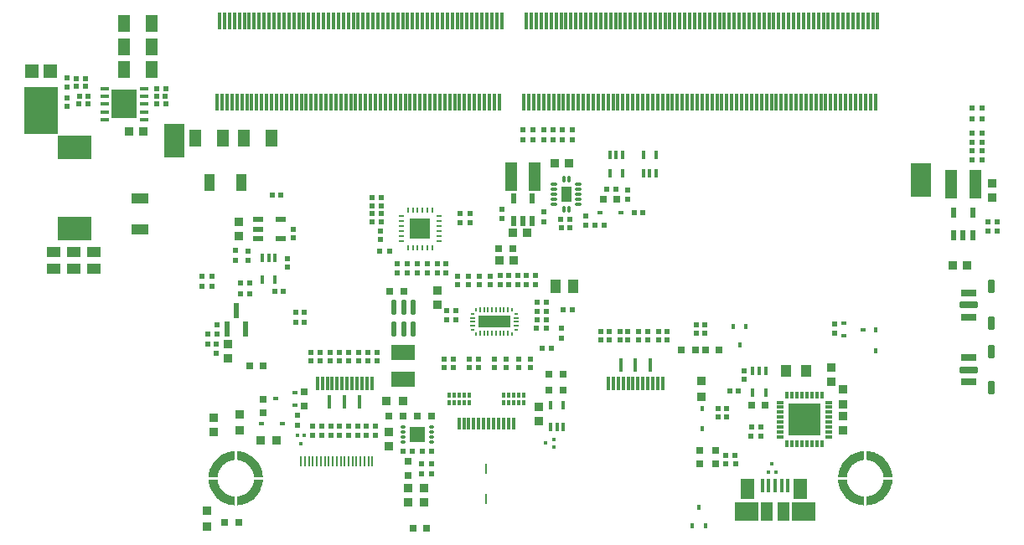
<source format=gtp>
%FSLAX44Y44*%
%MOMM*%
G71*
G01*
G75*
G04 Layer_Color=8421504*
%ADD10C,0.2500*%
%ADD11R,0.3000X0.3000*%
%ADD12R,0.4500X1.3800*%
%ADD13R,0.7620X0.7620*%
%ADD14R,0.6000X0.5500*%
%ADD15R,0.7620X0.7620*%
%ADD16R,0.6200X0.5700*%
%ADD17R,0.9500X0.9500*%
%ADD18R,0.9600X0.9700*%
%ADD19R,0.5500X1.5000*%
%ADD20R,0.9500X0.9500*%
%ADD21R,1.0000X0.6000*%
%ADD22R,0.5500X0.6000*%
%ADD23R,1.2000X3.0000*%
%ADD24R,0.6000X1.0000*%
%ADD25R,1.5500X1.5500*%
%ADD26O,0.6000X0.3000*%
%ADD27R,0.5000X0.4000*%
%ADD28R,0.5700X0.6200*%
%ADD29R,2.4000X1.5000*%
%ADD30R,0.5900X0.4500*%
%ADD31R,0.3500X0.8500*%
%ADD32R,0.2000X1.0000*%
%ADD33R,0.3000X1.2000*%
%ADD34R,3.2000X1.2000*%
%ADD35R,0.4500X0.2000*%
%ADD36R,0.5000X0.2000*%
%ADD37R,0.2000X0.4500*%
%ADD38R,0.2000X0.5000*%
%ADD39R,0.4500X0.5900*%
%ADD40R,0.3000X1.4500*%
%ADD41R,1.1000X1.4000*%
%ADD42R,0.2300X1.0000*%
%ADD43R,0.4000X0.5500*%
%ADD44R,0.3000X0.5500*%
%ADD45R,1.2500X1.7500*%
%ADD46R,0.9700X0.9600*%
%ADD47R,2.1000X2.1000*%
%ADD48R,0.2500X0.6000*%
%ADD49R,0.6000X0.2500*%
%ADD50O,0.5000X1.6000*%
%ADD51R,0.3000X0.3000*%
%ADD52R,1.0160X1.7000*%
%ADD53R,1.0160X1.7000*%
%ADD54R,1.0000X1.5000*%
%ADD55O,0.3000X0.8000*%
%ADD56O,0.8000X0.3000*%
G04:AMPARAMS|DCode=57|XSize=0.75mm|YSize=1.6mm|CornerRadius=0.075mm|HoleSize=0mm|Usage=FLASHONLY|Rotation=270.000|XOffset=0mm|YOffset=0mm|HoleType=Round|Shape=RoundedRectangle|*
%AMROUNDEDRECTD57*
21,1,0.7500,1.4500,0,0,270.0*
21,1,0.6000,1.6000,0,0,270.0*
1,1,0.1500,-0.7250,-0.3000*
1,1,0.1500,-0.7250,0.3000*
1,1,0.1500,0.7250,0.3000*
1,1,0.1500,0.7250,-0.3000*
%
%ADD57ROUNDEDRECTD57*%
G04:AMPARAMS|DCode=58|XSize=0.6mm|YSize=1.8mm|CornerRadius=0.06mm|HoleSize=0mm|Usage=FLASHONLY|Rotation=270.000|XOffset=0mm|YOffset=0mm|HoleType=Round|Shape=RoundedRectangle|*
%AMROUNDEDRECTD58*
21,1,0.6000,1.6800,0,0,270.0*
21,1,0.4800,1.8000,0,0,270.0*
1,1,0.1200,-0.8400,-0.2400*
1,1,0.1200,-0.8400,0.2400*
1,1,0.1200,0.8400,0.2400*
1,1,0.1200,0.8400,-0.2400*
%
%ADD58ROUNDEDRECTD58*%
G04:AMPARAMS|DCode=59|XSize=1.3mm|YSize=0.7mm|CornerRadius=0.07mm|HoleSize=0mm|Usage=FLASHONLY|Rotation=270.000|XOffset=0mm|YOffset=0mm|HoleType=Round|Shape=RoundedRectangle|*
%AMROUNDEDRECTD59*
21,1,1.3000,0.5600,0,0,270.0*
21,1,1.1600,0.7000,0,0,270.0*
1,1,0.1400,-0.2800,-0.5800*
1,1,0.1400,-0.2800,0.5800*
1,1,0.1400,0.2800,0.5800*
1,1,0.1400,0.2800,-0.5800*
%
%ADD59ROUNDEDRECTD59*%
%ADD60R,3.2000X3.2000*%
%ADD61R,0.7500X0.3000*%
%ADD62R,0.3000X0.7500*%
%ADD63R,1.0160X1.2700*%
%ADD64R,0.4000X0.9000*%
%ADD65R,0.4000X0.5000*%
%ADD66R,1.3900X1.4000*%
%ADD67R,3.3600X4.8600*%
%ADD68R,1.4000X1.1000*%
%ADD69R,0.8500X0.3560*%
%ADD70R,2.6000X3.0000*%
%ADD71R,0.3000X1.7500*%
%ADD72R,2.0000X3.5000*%
%ADD73R,3.4000X2.4000*%
%ADD74R,1.7000X1.0160*%
%ADD75R,1.7000X1.0160*%
%ADD76R,1.4000X2.1000*%
%ADD77R,2.3700X1.9000*%
%ADD78R,1.1750X1.9000*%
%ADD79C,0.2000*%
%ADD80C,0.3000*%
%ADD81C,0.1500*%
%ADD82C,0.4000*%
%ADD83C,0.1800*%
%ADD84C,0.2200*%
%ADD85C,0.3500*%
%ADD86R,2.1000X10.0000*%
%ADD87R,2.6000X6.8000*%
%ADD88R,4.4000X3.2000*%
%ADD89R,2.2000X13.7000*%
%ADD90O,1.0000X1.6000*%
%ADD91C,0.6500*%
%ADD92C,6.0000*%
%ADD93O,1.2000X1.7000*%
%ADD94O,1.2000X1.9000*%
%ADD95C,0.7500*%
%ADD96O,1.4000X2.8500*%
%ADD97O,1.2000X2.2500*%
%ADD98C,0.5000*%
%ADD99C,1.5000*%
%ADD100R,1.5000X1.5000*%
%ADD101O,4.5000X2.0000*%
%ADD102O,2.0000X4.0000*%
%ADD103O,4.0000X2.0000*%
%ADD104C,1.7000*%
%ADD105C,3.2500*%
%ADD106C,1.6500*%
%ADD107C,2.6000*%
%ADD108C,1.9000*%
%ADD109R,1.7000X1.7000*%
%ADD110C,0.6000*%
%ADD111C,1.0160*%
%ADD112R,3.4000X0.8000*%
%ADD113R,6.2000X1.5000*%
%ADD114O,1.6160X2.2160*%
%ADD115C,1.4160*%
%ADD116C,4.7160*%
%ADD117O,1.6160X2.1160*%
%ADD118O,1.6160X2.3160*%
%ADD119C,1.5660*%
%ADD120C,2.0160*%
%ADD121O,1.9160X3.3660*%
%ADD122O,1.7160X2.7560*%
%ADD123C,1.9160*%
%ADD124C,2.0360*%
%ADD125O,2.0160X4.0160*%
%ADD126O,4.0160X2.0160*%
%ADD127C,1.9060*%
%ADD128C,4.2660*%
%ADD129C,2.0360*%
%ADD130C,2.7160*%
%ADD131C,2.6160*%
%ADD132C,2.1160*%
%ADD133C,1.1660*%
%ADD134C,1.2660*%
%ADD135C,1.2160*%
%ADD136C,0.0000*%
%ADD137C,0.0051*%
%ADD138O,4.5160X2.0160*%
%ADD139R,1.2000X0.3000*%
%ADD140R,2.7000X3.0000*%
%ADD141R,3.0000X2.7000*%
%ADD142C,0.2540*%
%ADD143C,0.1000*%
%ADD144C,0.5500*%
%ADD145C,0.2286*%
%ADD146C,0.1270*%
%ADD147C,0.1778*%
%ADD148C,0.1524*%
%ADD149C,0.1200*%
G36*
X-798725Y58482D02*
X-798530Y56842D01*
X-798252Y55421D01*
X-798160Y55057D01*
X-797747Y53728D01*
X-797429Y52883D01*
X-796973Y51821D01*
X-796653Y51191D01*
X-796315Y50589D01*
X-795942Y49924D01*
X-795467Y49216D01*
X-795197Y48873D01*
X-794789Y48302D01*
X-794294Y47715D01*
X-793738Y47087D01*
X-792807Y46158D01*
X-792548Y45934D01*
X-792290Y45711D01*
X-791768Y45281D01*
X-791542Y45100D01*
X-791089Y44765D01*
X-790681Y44476D01*
X-790252Y44193D01*
X-789784Y43901D01*
X-788911Y43408D01*
X-788462Y43180D01*
X-788010Y42963D01*
X-787553Y42760D01*
X-787080Y42564D01*
X-786776Y42449D01*
X-786613Y42388D01*
X-786451Y42331D01*
X-786132Y42221D01*
X-785809Y42115D01*
X-785528Y42027D01*
X-785241Y41944D01*
X-784954Y41867D01*
X-784807Y41828D01*
X-784524Y41760D01*
X-783984Y41641D01*
X-783450Y41540D01*
X-783182Y41494D01*
X-782913Y41454D01*
X-782360Y41382D01*
X-782154Y41359D01*
X-781941Y41337D01*
X-781517Y41303D01*
X-781528Y32305D01*
X-783407Y32450D01*
X-784979Y32674D01*
X-786914Y33082D01*
X-788700Y33586D01*
X-790561Y34275D01*
X-791650Y34707D01*
X-792615Y35223D01*
X-793081Y35473D01*
X-793551Y35724D01*
X-794789Y36386D01*
X-796574Y37580D01*
X-798150Y38874D01*
X-800078Y40656D01*
X-801840Y42564D01*
X-803758Y45434D01*
X-805242Y48210D01*
X-805804Y49568D01*
X-806127Y50437D01*
X-806435Y51320D01*
X-806753Y52357D01*
X-806996Y53309D01*
X-807147Y54020D01*
X-807315Y54813D01*
X-807479Y55813D01*
X-807630Y57029D01*
X-807729Y58482D01*
X-798725Y58482D01*
D02*
G37*
G36*
X-162709D02*
X-162514Y56842D01*
X-162236Y55421D01*
X-162144Y55057D01*
X-161731Y53728D01*
X-161413Y52883D01*
X-160957Y51821D01*
X-160637Y51191D01*
X-160299Y50589D01*
X-159926Y49924D01*
X-159451Y49216D01*
X-159180Y48873D01*
X-158773Y48302D01*
X-158278Y47715D01*
X-157722Y47087D01*
X-156791Y46158D01*
X-156532Y45934D01*
X-156274Y45711D01*
X-155752Y45281D01*
X-155526Y45100D01*
X-155073Y44765D01*
X-154665Y44476D01*
X-154236Y44193D01*
X-153768Y43901D01*
X-152895Y43408D01*
X-152446Y43180D01*
X-151994Y42963D01*
X-151537Y42760D01*
X-151064Y42564D01*
X-150760Y42449D01*
X-150597Y42388D01*
X-150435Y42331D01*
X-150116Y42221D01*
X-149793Y42115D01*
X-149512Y42027D01*
X-149225Y41944D01*
X-148938Y41867D01*
X-148791Y41828D01*
X-148508Y41760D01*
X-147968Y41641D01*
X-147434Y41540D01*
X-147166Y41494D01*
X-146897Y41454D01*
X-146344Y41382D01*
X-146138Y41359D01*
X-145925Y41337D01*
X-145501Y41303D01*
X-145512Y32305D01*
X-147391Y32450D01*
X-148963Y32674D01*
X-150898Y33082D01*
X-152684Y33586D01*
X-154545Y34275D01*
X-155634Y34707D01*
X-156599Y35223D01*
X-157065Y35473D01*
X-157535Y35724D01*
X-158773Y36386D01*
X-160558Y37580D01*
X-162134Y38874D01*
X-164062Y40656D01*
X-165824Y42564D01*
X-167742Y45434D01*
X-169226Y48210D01*
X-169788Y49568D01*
X-170111Y50437D01*
X-170419Y51320D01*
X-170737Y52357D01*
X-170980Y53309D01*
X-171131Y54020D01*
X-171299Y54813D01*
X-171463Y55813D01*
X-171614Y57029D01*
X-171713Y58482D01*
X-162709Y58482D01*
D02*
G37*
G36*
X-752801Y58488D02*
X-752945Y56609D01*
X-753170Y55037D01*
X-753578Y53102D01*
X-754082Y51316D01*
X-754771Y49455D01*
X-755203Y48366D01*
X-755719Y47401D01*
X-755969Y46935D01*
X-756220Y46465D01*
X-756882Y45227D01*
X-758076Y43442D01*
X-759370Y41866D01*
X-761152Y39938D01*
X-763060Y38176D01*
X-765929Y36258D01*
X-768706Y34774D01*
X-770064Y34212D01*
X-770933Y33889D01*
X-771816Y33582D01*
X-772853Y33263D01*
X-773805Y33020D01*
X-774516Y32869D01*
X-775308Y32701D01*
X-776309Y32537D01*
X-777525Y32386D01*
X-778978Y32287D01*
X-778978Y41291D01*
X-777338Y41486D01*
X-775917Y41764D01*
X-775553Y41856D01*
X-774224Y42269D01*
X-773379Y42588D01*
X-772317Y43043D01*
X-771687Y43364D01*
X-771085Y43701D01*
X-770420Y44074D01*
X-769712Y44549D01*
X-769369Y44820D01*
X-768798Y45227D01*
X-768211Y45722D01*
X-767583Y46278D01*
X-766654Y47209D01*
X-766430Y47468D01*
X-766207Y47726D01*
X-765777Y48248D01*
X-765596Y48474D01*
X-765261Y48927D01*
X-764972Y49335D01*
X-764689Y49764D01*
X-764397Y50232D01*
X-763904Y51105D01*
X-763676Y51554D01*
X-763459Y52006D01*
X-763256Y52463D01*
X-763060Y52936D01*
X-762945Y53240D01*
X-762884Y53403D01*
X-762827Y53565D01*
X-762717Y53884D01*
X-762611Y54207D01*
X-762523Y54488D01*
X-762440Y54775D01*
X-762363Y55062D01*
X-762324Y55209D01*
X-762256Y55492D01*
X-762137Y56032D01*
X-762036Y56566D01*
X-761990Y56834D01*
X-761950Y57103D01*
X-761878Y57656D01*
X-761854Y57862D01*
X-761833Y58075D01*
X-761799Y58499D01*
X-752801Y58488D01*
D02*
G37*
G36*
X-116784D02*
X-116929Y56609D01*
X-117154Y55037D01*
X-117562Y53102D01*
X-118066Y51316D01*
X-118755Y49455D01*
X-119187Y48366D01*
X-119703Y47401D01*
X-119953Y46935D01*
X-120204Y46465D01*
X-120866Y45227D01*
X-122060Y43442D01*
X-123354Y41866D01*
X-125136Y39938D01*
X-127044Y38176D01*
X-129914Y36258D01*
X-132690Y34774D01*
X-134048Y34212D01*
X-134917Y33889D01*
X-135800Y33582D01*
X-136837Y33263D01*
X-137789Y33020D01*
X-138500Y32869D01*
X-139292Y32701D01*
X-140293Y32537D01*
X-141509Y32386D01*
X-142962Y32287D01*
X-142962Y41291D01*
X-141322Y41486D01*
X-139901Y41764D01*
X-139537Y41856D01*
X-138208Y42269D01*
X-137362Y42588D01*
X-136301Y43043D01*
X-135671Y43364D01*
X-135069Y43701D01*
X-134404Y44074D01*
X-133696Y44549D01*
X-133352Y44820D01*
X-132782Y45227D01*
X-132195Y45722D01*
X-131567Y46278D01*
X-130638Y47209D01*
X-130414Y47468D01*
X-130191Y47726D01*
X-129761Y48248D01*
X-129580Y48474D01*
X-129245Y48927D01*
X-128956Y49335D01*
X-128673Y49764D01*
X-128381Y50232D01*
X-127888Y51105D01*
X-127660Y51554D01*
X-127443Y52006D01*
X-127240Y52463D01*
X-127044Y52936D01*
X-126929Y53240D01*
X-126868Y53403D01*
X-126811Y53565D01*
X-126701Y53884D01*
X-126595Y54207D01*
X-126507Y54488D01*
X-126424Y54775D01*
X-126347Y55062D01*
X-126308Y55209D01*
X-126240Y55492D01*
X-126121Y56032D01*
X-126020Y56566D01*
X-125974Y56834D01*
X-125934Y57103D01*
X-125862Y57656D01*
X-125838Y57862D01*
X-125817Y58075D01*
X-125783Y58499D01*
X-116784Y58488D01*
D02*
G37*
G36*
X-777105Y87071D02*
X-775533Y86846D01*
X-773598Y86438D01*
X-771812Y85934D01*
X-769951Y85245D01*
X-768862Y84813D01*
X-767897Y84297D01*
X-767431Y84048D01*
X-766961Y83796D01*
X-765723Y83134D01*
X-763938Y81940D01*
X-762362Y80646D01*
X-760434Y78864D01*
X-758672Y76956D01*
X-756754Y74087D01*
X-755270Y71310D01*
X-754708Y69952D01*
X-754385Y69083D01*
X-754077Y68200D01*
X-753759Y67164D01*
X-753516Y66211D01*
X-753365Y65500D01*
X-753197Y64708D01*
X-753033Y63707D01*
X-752882Y62491D01*
X-752783Y61038D01*
X-761787Y61038D01*
X-761982Y62678D01*
X-762260Y64099D01*
X-762352Y64463D01*
X-762765Y65792D01*
X-763083Y66638D01*
X-763539Y67699D01*
X-763859Y68329D01*
X-764197Y68931D01*
X-764570Y69596D01*
X-765045Y70304D01*
X-765315Y70648D01*
X-765723Y71218D01*
X-766218Y71805D01*
X-766774Y72433D01*
X-767704Y73362D01*
X-767964Y73586D01*
X-768222Y73809D01*
X-768744Y74239D01*
X-768970Y74420D01*
X-769423Y74755D01*
X-769831Y75044D01*
X-770260Y75327D01*
X-770728Y75619D01*
X-771601Y76112D01*
X-772050Y76340D01*
X-772502Y76557D01*
X-772959Y76760D01*
X-773432Y76956D01*
X-773736Y77071D01*
X-773899Y77133D01*
X-774061Y77189D01*
X-774380Y77299D01*
X-774703Y77405D01*
X-774984Y77493D01*
X-775271Y77576D01*
X-775558Y77653D01*
X-775705Y77692D01*
X-775988Y77760D01*
X-776528Y77879D01*
X-777062Y77980D01*
X-777330Y78026D01*
X-777599Y78066D01*
X-778152Y78138D01*
X-778358Y78162D01*
X-778571Y78183D01*
X-778995Y78217D01*
X-778984Y87216D01*
X-777105Y87071D01*
D02*
G37*
G36*
X-141089D02*
X-139517Y86846D01*
X-137582Y86438D01*
X-135796Y85934D01*
X-133935Y85245D01*
X-132846Y84813D01*
X-131881Y84297D01*
X-131415Y84048D01*
X-130945Y83796D01*
X-129707Y83134D01*
X-127922Y81940D01*
X-126346Y80646D01*
X-124418Y78864D01*
X-122656Y76956D01*
X-120738Y74087D01*
X-119254Y71310D01*
X-118692Y69952D01*
X-118369Y69083D01*
X-118061Y68200D01*
X-117743Y67164D01*
X-117500Y66211D01*
X-117349Y65500D01*
X-117181Y64708D01*
X-117017Y63707D01*
X-116866Y62491D01*
X-116767Y61038D01*
X-125771Y61038D01*
X-125966Y62678D01*
X-126244Y64099D01*
X-126336Y64463D01*
X-126749Y65792D01*
X-127067Y66638D01*
X-127523Y67699D01*
X-127844Y68329D01*
X-128181Y68931D01*
X-128554Y69596D01*
X-129029Y70304D01*
X-129299Y70648D01*
X-129707Y71218D01*
X-130202Y71805D01*
X-130758Y72433D01*
X-131688Y73362D01*
X-131948Y73586D01*
X-132206Y73809D01*
X-132728Y74239D01*
X-132954Y74420D01*
X-133407Y74755D01*
X-133815Y75044D01*
X-134244Y75327D01*
X-134712Y75619D01*
X-135585Y76112D01*
X-136034Y76340D01*
X-136486Y76557D01*
X-136943Y76760D01*
X-137416Y76956D01*
X-137720Y77071D01*
X-137883Y77133D01*
X-138045Y77189D01*
X-138364Y77299D01*
X-138687Y77405D01*
X-138968Y77493D01*
X-139255Y77576D01*
X-139542Y77653D01*
X-139689Y77692D01*
X-139972Y77760D01*
X-140512Y77879D01*
X-141046Y77980D01*
X-141314Y78026D01*
X-141583Y78066D01*
X-142136Y78138D01*
X-142342Y78162D01*
X-142555Y78183D01*
X-142979Y78217D01*
X-142968Y87216D01*
X-141089Y87071D01*
D02*
G37*
G36*
X-781534Y78229D02*
X-783174Y78034D01*
X-784595Y77756D01*
X-784959Y77664D01*
X-786288Y77251D01*
X-787133Y76933D01*
X-788195Y76477D01*
X-788825Y76157D01*
X-789427Y75819D01*
X-790092Y75447D01*
X-790800Y74971D01*
X-791143Y74701D01*
X-791714Y74293D01*
X-792301Y73798D01*
X-792929Y73243D01*
X-793858Y72312D01*
X-794082Y72052D01*
X-794305Y71794D01*
X-794735Y71272D01*
X-794916Y71046D01*
X-795251Y70593D01*
X-795540Y70185D01*
X-795823Y69756D01*
X-796115Y69288D01*
X-796608Y68415D01*
X-796836Y67966D01*
X-797053Y67514D01*
X-797256Y67057D01*
X-797452Y66584D01*
X-797567Y66280D01*
X-797628Y66117D01*
X-797685Y65955D01*
X-797795Y65636D01*
X-797901Y65313D01*
X-797989Y65032D01*
X-798072Y64745D01*
X-798149Y64458D01*
X-798188Y64311D01*
X-798256Y64028D01*
X-798375Y63488D01*
X-798476Y62954D01*
X-798522Y62686D01*
X-798562Y62417D01*
X-798634Y61864D01*
X-798658Y61658D01*
X-798679Y61445D01*
X-798713Y61021D01*
X-807711Y61032D01*
X-807567Y62911D01*
X-807342Y64483D01*
X-806934Y66418D01*
X-806430Y68204D01*
X-805741Y70065D01*
X-805309Y71154D01*
X-804793Y72119D01*
X-804543Y72586D01*
X-804292Y73055D01*
X-803630Y74293D01*
X-802436Y76078D01*
X-801142Y77655D01*
X-799360Y79582D01*
X-797452Y81344D01*
X-794583Y83262D01*
X-791806Y84746D01*
X-790448Y85308D01*
X-789579Y85631D01*
X-788696Y85939D01*
X-787659Y86257D01*
X-786707Y86500D01*
X-785996Y86651D01*
X-785204Y86819D01*
X-784203Y86983D01*
X-782987Y87134D01*
X-781534Y87233D01*
X-781534Y78229D01*
D02*
G37*
G36*
X-145518D02*
X-147158Y78034D01*
X-148579Y77756D01*
X-148943Y77664D01*
X-150272Y77251D01*
X-151117Y76933D01*
X-152179Y76477D01*
X-152809Y76157D01*
X-153411Y75819D01*
X-154076Y75447D01*
X-154784Y74971D01*
X-155127Y74701D01*
X-155698Y74293D01*
X-156285Y73798D01*
X-156913Y73243D01*
X-157842Y72312D01*
X-158066Y72052D01*
X-158289Y71794D01*
X-158719Y71272D01*
X-158900Y71046D01*
X-159235Y70593D01*
X-159524Y70185D01*
X-159807Y69756D01*
X-160099Y69288D01*
X-160592Y68415D01*
X-160820Y67966D01*
X-161037Y67514D01*
X-161240Y67057D01*
X-161436Y66584D01*
X-161551Y66280D01*
X-161612Y66117D01*
X-161669Y65955D01*
X-161779Y65636D01*
X-161885Y65313D01*
X-161973Y65032D01*
X-162056Y64745D01*
X-162133Y64458D01*
X-162172Y64311D01*
X-162240Y64028D01*
X-162359Y63488D01*
X-162460Y62954D01*
X-162506Y62686D01*
X-162546Y62417D01*
X-162618Y61864D01*
X-162642Y61658D01*
X-162663Y61445D01*
X-162697Y61021D01*
X-171695Y61032D01*
X-171551Y62911D01*
X-171326Y64483D01*
X-170918Y66418D01*
X-170414Y68204D01*
X-169725Y70065D01*
X-169293Y71154D01*
X-168777Y72119D01*
X-168527Y72586D01*
X-168276Y73055D01*
X-167614Y74293D01*
X-166420Y76078D01*
X-165126Y77655D01*
X-163344Y79582D01*
X-161436Y81344D01*
X-158567Y83262D01*
X-155790Y84746D01*
X-154432Y85308D01*
X-153563Y85631D01*
X-152680Y85939D01*
X-151643Y86257D01*
X-150691Y86500D01*
X-149980Y86651D01*
X-149188Y86819D01*
X-148187Y86983D01*
X-146971Y87134D01*
X-145518Y87233D01*
X-145518Y78229D01*
D02*
G37*
D11*
X-241756Y65750D02*
D03*
X-234756D02*
D03*
X-710883Y103128D02*
D03*
X-717883D02*
D03*
X-714383Y94628D02*
D03*
X-238256Y74250D02*
D03*
D12*
X-241756Y52630D02*
D03*
X-235256D02*
D03*
X-248256D02*
D03*
X-228756D02*
D03*
X-222256D02*
D03*
D13*
X-295205Y74081D02*
D03*
Y88051D02*
D03*
X-311177Y88049D02*
D03*
Y74079D02*
D03*
X-752321Y125821D02*
D03*
Y139791D02*
D03*
X-710918Y132783D02*
D03*
Y146753D02*
D03*
X-605946Y62710D02*
D03*
Y76680D02*
D03*
D14*
X-685177Y187250D02*
D03*
X-675606D02*
D03*
X-403320Y208250D02*
D03*
X-411320D02*
D03*
X-392320D02*
D03*
X-384320D02*
D03*
X-353320D02*
D03*
X-344320D02*
D03*
X-722184Y302487D02*
D03*
Y310987D02*
D03*
X-364320Y199750D02*
D03*
X-373320D02*
D03*
X-569331Y179979D02*
D03*
X-656463Y178750D02*
D03*
X-646892D02*
D03*
X-494606Y180250D02*
D03*
X-675606Y178750D02*
D03*
X-637320D02*
D03*
X-704320D02*
D03*
X-560395Y180103D02*
D03*
X-666034Y178750D02*
D03*
X-685177D02*
D03*
X-694749D02*
D03*
X-482320Y180250D02*
D03*
X-633904Y309323D02*
D03*
Y300823D02*
D03*
X-403320Y199750D02*
D03*
X-411320D02*
D03*
X-384320D02*
D03*
X-392320D02*
D03*
X-344320D02*
D03*
X-353320D02*
D03*
X-306146Y206113D02*
D03*
X-315146D02*
D03*
X-637320Y187250D02*
D03*
X-646892D02*
D03*
X-656463D02*
D03*
X-666034D02*
D03*
X-523020Y255750D02*
D03*
X-534120D02*
D03*
X-506892Y180250D02*
D03*
X-519177D02*
D03*
X-534787Y171961D02*
D03*
X-544340Y171799D02*
D03*
X-534787Y180461D02*
D03*
X-544340Y180299D02*
D03*
X-506892Y171750D02*
D03*
X-519177D02*
D03*
X-364320Y208250D02*
D03*
X-373320D02*
D03*
X-482320Y171750D02*
D03*
X-494606D02*
D03*
X-560395Y171603D02*
D03*
X-569331Y171479D02*
D03*
X-545220Y264250D02*
D03*
X-556320D02*
D03*
X-523020D02*
D03*
X-534120D02*
D03*
X-694749Y187250D02*
D03*
X-704320D02*
D03*
X-728193Y281992D02*
D03*
Y273493D02*
D03*
X-266300Y159439D02*
D03*
Y167939D02*
D03*
X-306146Y214613D02*
D03*
X-315146D02*
D03*
X-545220Y255750D02*
D03*
X-556320D02*
D03*
X-951000Y444250D02*
D03*
Y435750D02*
D03*
D15*
X-791305Y15000D02*
D03*
X-777335D02*
D03*
X-766305Y173000D02*
D03*
X-752335D02*
D03*
X-587290Y9118D02*
D03*
X-601260D02*
D03*
X-611323Y122662D02*
D03*
X-625293D02*
D03*
X-610735Y248500D02*
D03*
X-624705D02*
D03*
X-463790Y148922D02*
D03*
X-449820D02*
D03*
X-463790Y165234D02*
D03*
X-449820D02*
D03*
X-315881Y189485D02*
D03*
X-582459Y122618D02*
D03*
X-596429D02*
D03*
X-500335Y292000D02*
D03*
X-514305D02*
D03*
X-291881Y189485D02*
D03*
X-305851D02*
D03*
X-329851D02*
D03*
X-394968Y341647D02*
D03*
X-408938D02*
D03*
X-259034Y133515D02*
D03*
X-245064D02*
D03*
D16*
X-808844Y205198D02*
D03*
Y195598D02*
D03*
X-799864Y185975D02*
D03*
Y195575D02*
D03*
X-799545Y205462D02*
D03*
Y215062D02*
D03*
X-780320Y280200D02*
D03*
Y289800D02*
D03*
X-768171Y280084D02*
D03*
Y289684D02*
D03*
X-513320Y264800D02*
D03*
Y255200D02*
D03*
X-592910Y64348D02*
D03*
Y73948D02*
D03*
X-450256Y411800D02*
D03*
Y402200D02*
D03*
X-639320Y103200D02*
D03*
X-616904Y276873D02*
D03*
Y267273D02*
D03*
X-486320Y255200D02*
D03*
Y264800D02*
D03*
X-426655Y324959D02*
D03*
Y315359D02*
D03*
X-586904Y276873D02*
D03*
Y267273D02*
D03*
X-657320Y103200D02*
D03*
Y112800D02*
D03*
X-567904Y276873D02*
D03*
Y267273D02*
D03*
X-469256Y411800D02*
D03*
Y402200D02*
D03*
X-648320Y103200D02*
D03*
X-440256Y411800D02*
D03*
Y402200D02*
D03*
X-596904Y276873D02*
D03*
Y267273D02*
D03*
X-451033Y201568D02*
D03*
Y211168D02*
D03*
X-543787Y318268D02*
D03*
Y327868D02*
D03*
X-582718Y73948D02*
D03*
Y64348D02*
D03*
X-459256Y411800D02*
D03*
Y402200D02*
D03*
X-504320Y255200D02*
D03*
Y264800D02*
D03*
X-477320D02*
D03*
Y255200D02*
D03*
X-666320Y103200D02*
D03*
Y112800D02*
D03*
X-576904Y276873D02*
D03*
Y267273D02*
D03*
X-553721Y318268D02*
D03*
Y327868D02*
D03*
X-495320Y264800D02*
D03*
Y255200D02*
D03*
X-606904Y276873D02*
D03*
Y267273D02*
D03*
X-693320Y103200D02*
D03*
X-702320D02*
D03*
X-675320D02*
D03*
X-684320D02*
D03*
X-675320Y112800D02*
D03*
X-684320D02*
D03*
X-693320D02*
D03*
X-702320D02*
D03*
X-639320D02*
D03*
X-648320D02*
D03*
X-511000Y322200D02*
D03*
Y331800D02*
D03*
X-490256Y402200D02*
D03*
Y411800D02*
D03*
X-480256Y402200D02*
D03*
Y411800D02*
D03*
X-717978Y113472D02*
D03*
Y123072D02*
D03*
X-384198Y351283D02*
D03*
Y341683D02*
D03*
X-469000Y319200D02*
D03*
Y328800D02*
D03*
X-175000Y206200D02*
D03*
Y215800D02*
D03*
X-814256Y263800D02*
D03*
Y254200D02*
D03*
X-804000D02*
D03*
Y263800D02*
D03*
X-951000Y455200D02*
D03*
Y464800D02*
D03*
D17*
X-788529Y195233D02*
D03*
Y180732D02*
D03*
X-777537Y319210D02*
D03*
Y304710D02*
D03*
X-625845Y92074D02*
D03*
Y106574D02*
D03*
X-605940Y35368D02*
D03*
Y49868D02*
D03*
X-473701Y117188D02*
D03*
Y131688D02*
D03*
X-589733Y35368D02*
D03*
Y49868D02*
D03*
X-802256Y121250D02*
D03*
Y106750D02*
D03*
X-576154Y234840D02*
D03*
Y249340D02*
D03*
X-178346Y171978D02*
D03*
Y157478D02*
D03*
X-167099Y149308D02*
D03*
X-167070Y108442D02*
D03*
X-167099Y134808D02*
D03*
X-167070Y122942D02*
D03*
X-16256Y343750D02*
D03*
Y358250D02*
D03*
D18*
X-809000Y10850D02*
D03*
Y27150D02*
D03*
X-776651Y124241D02*
D03*
Y107941D02*
D03*
X-309611Y158288D02*
D03*
Y141988D02*
D03*
D19*
X-779694Y229404D02*
D03*
X-770193Y210404D02*
D03*
X-789193D02*
D03*
D20*
X-458250Y378000D02*
D03*
X-443750D02*
D03*
X-500250Y308000D02*
D03*
X-485750D02*
D03*
X-499070Y280000D02*
D03*
X-513570D02*
D03*
X-888250Y410000D02*
D03*
X-873750D02*
D03*
X-41006Y275000D02*
D03*
X-55506D02*
D03*
D21*
X-735032Y321246D02*
D03*
Y302246D02*
D03*
X-758032D02*
D03*
Y311746D02*
D03*
Y321246D02*
D03*
D22*
X-735006Y346000D02*
D03*
X-743506D02*
D03*
X-451517Y313204D02*
D03*
X-443017D02*
D03*
X-292570Y130000D02*
D03*
X-284070D02*
D03*
X-719570Y217000D02*
D03*
X-711070D02*
D03*
X-292570Y122000D02*
D03*
X-284070D02*
D03*
X-719455Y227685D02*
D03*
X-710955D02*
D03*
X-369142Y328316D02*
D03*
X-377642D02*
D03*
X-732070Y249000D02*
D03*
X-740570D02*
D03*
X-860250Y446000D02*
D03*
X-851750D02*
D03*
X-938250D02*
D03*
X-929750D02*
D03*
X-281423Y147674D02*
D03*
X-272923D02*
D03*
D23*
X-502000Y365000D02*
D03*
X-478000D02*
D03*
X-33256Y357000D02*
D03*
X-57256D02*
D03*
D24*
X-499500Y342500D02*
D03*
X-480500D02*
D03*
Y319500D02*
D03*
X-490000D02*
D03*
X-499500D02*
D03*
X-54756Y305500D02*
D03*
X-45256D02*
D03*
X-35756D02*
D03*
Y328500D02*
D03*
X-54756D02*
D03*
D25*
X-596831Y103933D02*
D03*
D26*
X-611331Y96433D02*
D03*
Y101433D02*
D03*
Y106433D02*
D03*
Y111433D02*
D03*
X-582331D02*
D03*
Y106433D02*
D03*
Y101433D02*
D03*
Y96433D02*
D03*
D27*
X-739820Y140000D02*
D03*
X-720820Y146500D02*
D03*
Y133500D02*
D03*
X-146500Y210000D02*
D03*
X-165500Y203500D02*
D03*
Y216500D02*
D03*
D28*
X-407586Y315333D02*
D03*
X-417186D02*
D03*
X-250011Y102130D02*
D03*
X-259611D02*
D03*
X-470648Y191092D02*
D03*
X-461048D02*
D03*
X-466519Y219798D02*
D03*
X-476119D02*
D03*
X-466520Y228000D02*
D03*
X-476120D02*
D03*
X-567120Y220000D02*
D03*
X-557520D02*
D03*
X-634704Y289073D02*
D03*
X-625104D02*
D03*
X-642704Y335412D02*
D03*
X-633104D02*
D03*
X-35959Y381759D02*
D03*
X-26359D02*
D03*
X-476266Y211321D02*
D03*
X-466666D02*
D03*
X-35959Y408759D02*
D03*
X-26359D02*
D03*
X-642704Y343625D02*
D03*
X-633104D02*
D03*
X-439994Y229832D02*
D03*
X-449594D02*
D03*
X-259408Y111738D02*
D03*
X-249808D02*
D03*
X-642704Y318985D02*
D03*
X-633104D02*
D03*
X-35959Y399759D02*
D03*
X-26359D02*
D03*
X-35959Y390759D02*
D03*
X-26359D02*
D03*
X-275489Y74100D02*
D03*
X-285089D02*
D03*
X-466388Y238103D02*
D03*
X-475988D02*
D03*
X-557520Y229000D02*
D03*
X-567120D02*
D03*
X-642704Y327198D02*
D03*
X-633104D02*
D03*
X-592131Y86749D02*
D03*
X-582531D02*
D03*
X-601813Y86749D02*
D03*
X-611413D02*
D03*
X-275502Y82477D02*
D03*
X-285102D02*
D03*
X-10956Y319000D02*
D03*
X-20556D02*
D03*
X-26359Y434494D02*
D03*
X-35959D02*
D03*
X-26359Y423281D02*
D03*
X-35959D02*
D03*
X-442648Y321707D02*
D03*
X-452248D02*
D03*
X-395803Y351708D02*
D03*
X-405404D02*
D03*
X-20556Y309243D02*
D03*
X-10956D02*
D03*
X-766105Y246215D02*
D03*
X-775705D02*
D03*
X-775561Y257373D02*
D03*
X-765961D02*
D03*
X-941300Y464000D02*
D03*
X-931700D02*
D03*
X-860300Y454000D02*
D03*
X-850700D02*
D03*
X-860300Y438000D02*
D03*
X-850700D02*
D03*
X-938800D02*
D03*
X-929200D02*
D03*
X-931700Y456000D02*
D03*
X-941300D02*
D03*
D29*
X-611320Y159500D02*
D03*
X-611320Y186500D02*
D03*
D30*
X-732770Y115000D02*
D03*
X-753870D02*
D03*
X-391337Y328305D02*
D03*
X-412437D02*
D03*
D31*
X-740326Y260409D02*
D03*
X-753326D02*
D03*
Y282409D02*
D03*
X-746826D02*
D03*
X-740326D02*
D03*
X-462203Y111627D02*
D03*
X-455703D02*
D03*
X-449203D02*
D03*
Y133627D02*
D03*
X-462203D02*
D03*
X-245007Y167947D02*
D03*
X-251507D02*
D03*
X-258008D02*
D03*
Y145947D02*
D03*
X-245007D02*
D03*
D32*
X-527241Y69310D02*
D03*
Y38310D02*
D03*
D33*
X-554741Y115110D02*
D03*
X-539741D02*
D03*
X-534741D02*
D03*
X-529741D02*
D03*
X-524741D02*
D03*
X-519741D02*
D03*
X-514741D02*
D03*
X-509741D02*
D03*
X-504741D02*
D03*
X-499741D02*
D03*
X-544741D02*
D03*
X-549741D02*
D03*
D34*
X-519320Y218000D02*
D03*
D35*
X-497320Y226000D02*
D03*
Y210000D02*
D03*
X-541320Y226000D02*
D03*
Y210000D02*
D03*
D36*
X-497320Y222000D02*
D03*
Y218000D02*
D03*
Y214000D02*
D03*
X-541320Y218000D02*
D03*
Y222000D02*
D03*
Y214000D02*
D03*
D37*
X-501320Y205750D02*
D03*
Y230300D02*
D03*
X-537320D02*
D03*
Y205750D02*
D03*
D38*
X-505320Y206000D02*
D03*
X-509320D02*
D03*
X-513320D02*
D03*
X-529320Y230000D02*
D03*
X-517320D02*
D03*
X-513320D02*
D03*
X-509320D02*
D03*
X-505320D02*
D03*
X-533320D02*
D03*
X-521320D02*
D03*
X-525320D02*
D03*
X-517320Y206000D02*
D03*
X-521320D02*
D03*
X-525320D02*
D03*
X-529320D02*
D03*
X-533320D02*
D03*
D39*
X-309320Y109450D02*
D03*
Y130550D02*
D03*
X-134000Y188450D02*
D03*
Y209550D02*
D03*
D40*
X-685320Y136750D02*
D03*
X-670320D02*
D03*
X-655320D02*
D03*
X-692820Y155250D02*
D03*
X-677820D02*
D03*
X-662820D02*
D03*
X-647820D02*
D03*
X-361320Y174250D02*
D03*
X-376320D02*
D03*
X-391320D02*
D03*
X-353820Y155750D02*
D03*
X-368820D02*
D03*
X-383820D02*
D03*
X-398820D02*
D03*
X-393820D02*
D03*
X-403820D02*
D03*
X-363820D02*
D03*
X-373820D02*
D03*
X-348820D02*
D03*
X-358820D02*
D03*
X-378820D02*
D03*
X-388820D02*
D03*
X-672820Y155250D02*
D03*
X-682820D02*
D03*
X-687820D02*
D03*
X-697820D02*
D03*
X-657820D02*
D03*
X-667820D02*
D03*
X-642820D02*
D03*
X-652820D02*
D03*
D41*
X-457188Y253376D02*
D03*
X-439688D02*
D03*
D42*
X-642240Y76760D02*
D03*
X-654240D02*
D03*
X-666240D02*
D03*
X-678240D02*
D03*
X-690240D02*
D03*
X-694240D02*
D03*
X-698240D02*
D03*
X-702240D02*
D03*
X-706240D02*
D03*
X-710240D02*
D03*
X-714240D02*
D03*
X-682240D02*
D03*
X-686240D02*
D03*
X-658240D02*
D03*
X-662240D02*
D03*
X-646240D02*
D03*
X-650240D02*
D03*
X-670240D02*
D03*
X-674240D02*
D03*
D43*
X-554320Y136150D02*
D03*
Y143850D02*
D03*
X-499320D02*
D03*
Y136150D02*
D03*
D44*
X-549320D02*
D03*
X-544320D02*
D03*
X-509320D02*
D03*
X-504320D02*
D03*
X-489320Y143850D02*
D03*
X-494320D02*
D03*
X-559320D02*
D03*
X-564320D02*
D03*
X-544320D02*
D03*
X-549320D02*
D03*
X-504320D02*
D03*
X-509320D02*
D03*
X-559320Y136150D02*
D03*
X-564320D02*
D03*
X-489320D02*
D03*
X-494320D02*
D03*
D45*
X-744506Y404000D02*
D03*
X-772006D02*
D03*
X-821006D02*
D03*
X-793506D02*
D03*
X-865250Y519667D02*
D03*
X-892750D02*
D03*
X-865250Y496333D02*
D03*
X-892750D02*
D03*
X-865250Y473000D02*
D03*
X-892750D02*
D03*
D46*
X-611600Y137993D02*
D03*
X-627900D02*
D03*
X-755470Y98000D02*
D03*
X-739170D02*
D03*
D47*
X-593904Y312073D02*
D03*
D48*
X-606404Y293073D02*
D03*
X-601404D02*
D03*
X-596404D02*
D03*
X-591404D02*
D03*
X-586404D02*
D03*
X-581404D02*
D03*
X-581404Y331073D02*
D03*
X-586404D02*
D03*
X-591404D02*
D03*
X-596404D02*
D03*
X-601404D02*
D03*
X-606404D02*
D03*
D49*
X-574904Y299573D02*
D03*
Y304573D02*
D03*
Y309573D02*
D03*
Y314573D02*
D03*
Y319573D02*
D03*
Y324573D02*
D03*
X-612904D02*
D03*
Y319573D02*
D03*
Y314573D02*
D03*
Y309573D02*
D03*
Y304573D02*
D03*
Y299573D02*
D03*
D50*
X-601221Y232663D02*
D03*
X-610721D02*
D03*
X-620221D02*
D03*
X-601221Y210663D02*
D03*
X-610721D02*
D03*
X-620221D02*
D03*
D51*
X-458968Y91595D02*
D03*
Y98595D02*
D03*
X-467468Y95095D02*
D03*
D52*
X-775000Y359000D02*
D03*
D53*
X-807000Y359000D02*
D03*
D54*
X-446405Y346831D02*
D03*
D55*
X-443905Y331831D02*
D03*
X-448905D02*
D03*
Y361831D02*
D03*
X-443905D02*
D03*
D56*
X-458905Y336831D02*
D03*
Y341831D02*
D03*
Y346831D02*
D03*
Y351831D02*
D03*
Y356831D02*
D03*
X-433905D02*
D03*
Y351831D02*
D03*
Y346831D02*
D03*
Y341831D02*
D03*
Y336831D02*
D03*
D57*
X-39597Y181672D02*
D03*
Y157172D02*
D03*
Y247321D02*
D03*
Y222821D02*
D03*
D58*
Y169422D02*
D03*
Y235071D02*
D03*
D59*
X-17097Y187922D02*
D03*
Y150922D02*
D03*
Y253571D02*
D03*
Y216571D02*
D03*
D60*
X-205611Y118964D02*
D03*
D61*
X-230361Y101464D02*
D03*
Y106464D02*
D03*
Y111464D02*
D03*
Y116464D02*
D03*
Y121464D02*
D03*
Y126464D02*
D03*
Y131464D02*
D03*
Y136464D02*
D03*
X-180861D02*
D03*
Y121464D02*
D03*
Y116464D02*
D03*
Y111464D02*
D03*
Y106464D02*
D03*
Y101464D02*
D03*
Y131464D02*
D03*
Y126464D02*
D03*
D62*
X-223111Y143714D02*
D03*
X-218111D02*
D03*
X-213111D02*
D03*
X-208111D02*
D03*
X-203111D02*
D03*
X-198111D02*
D03*
X-193111D02*
D03*
X-188111D02*
D03*
Y94214D02*
D03*
X-193111D02*
D03*
X-198111D02*
D03*
X-203111D02*
D03*
X-208111D02*
D03*
X-213111D02*
D03*
X-218111D02*
D03*
X-223111D02*
D03*
D63*
X-224482Y167952D02*
D03*
X-204162Y167952D02*
D03*
D64*
X-368468Y386841D02*
D03*
X-355468D02*
D03*
Y367841D02*
D03*
X-361968D02*
D03*
X-368468D02*
D03*
X-389256Y368134D02*
D03*
X-402256D02*
D03*
Y387134D02*
D03*
X-395756D02*
D03*
X-389256D02*
D03*
D65*
X-318756Y11500D02*
D03*
X-305756D02*
D03*
X-312256Y30500D02*
D03*
X-271256Y194500D02*
D03*
X-277756Y213500D02*
D03*
X-264756D02*
D03*
D66*
X-967602Y471624D02*
D03*
X-986398D02*
D03*
D67*
X-977000Y432000D02*
D03*
D68*
X-924000Y271250D02*
D03*
Y288750D02*
D03*
X-964000Y271250D02*
D03*
Y288750D02*
D03*
X-944000Y271250D02*
D03*
Y288750D02*
D03*
D69*
X-913000Y438000D02*
D03*
Y430000D02*
D03*
Y422000D02*
D03*
Y446000D02*
D03*
Y454000D02*
D03*
X-873000D02*
D03*
Y446000D02*
D03*
Y422000D02*
D03*
Y430000D02*
D03*
Y438000D02*
D03*
D70*
X-893000D02*
D03*
D71*
X-294070Y440000D02*
D03*
X-289070D02*
D03*
X-279070D02*
D03*
X-274070D02*
D03*
X-264070D02*
D03*
X-259070D02*
D03*
X-249070D02*
D03*
X-244070D02*
D03*
X-234070D02*
D03*
X-229070D02*
D03*
X-189070D02*
D03*
X-184070D02*
D03*
X-204070D02*
D03*
X-199070D02*
D03*
X-219070D02*
D03*
X-214070D02*
D03*
X-174070D02*
D03*
X-169070D02*
D03*
X-144070D02*
D03*
X-139070D02*
D03*
X-186570Y522000D02*
D03*
X-181570D02*
D03*
X-201570D02*
D03*
X-196570D02*
D03*
X-216570D02*
D03*
X-211570D02*
D03*
X-614070Y440000D02*
D03*
X-609070D02*
D03*
X-569070D02*
D03*
X-564070D02*
D03*
X-406570Y522000D02*
D03*
X-401570D02*
D03*
X-171570D02*
D03*
X-166570D02*
D03*
X-556570D02*
D03*
X-551570D02*
D03*
X-291570D02*
D03*
X-286570D02*
D03*
X-231570D02*
D03*
X-226570D02*
D03*
X-796570D02*
D03*
X-799070Y440000D02*
D03*
X-791570Y522000D02*
D03*
X-794070Y440000D02*
D03*
X-786570Y522000D02*
D03*
X-789070Y440000D02*
D03*
X-781570Y522000D02*
D03*
X-784070Y440000D02*
D03*
X-776570Y522000D02*
D03*
X-779070Y440000D02*
D03*
X-771570Y522000D02*
D03*
X-774070Y440000D02*
D03*
X-766570Y522000D02*
D03*
X-769070Y440000D02*
D03*
X-761570Y522000D02*
D03*
X-764070Y440000D02*
D03*
X-756570Y522000D02*
D03*
X-759070Y440000D02*
D03*
X-751570Y522000D02*
D03*
X-754070Y440000D02*
D03*
X-746570Y522000D02*
D03*
X-749070Y440000D02*
D03*
X-741570Y522000D02*
D03*
X-744070Y440000D02*
D03*
X-736570Y522000D02*
D03*
X-739070Y440000D02*
D03*
X-731570Y522000D02*
D03*
X-734070Y440000D02*
D03*
X-726570Y522000D02*
D03*
X-729070Y440000D02*
D03*
X-721570Y522000D02*
D03*
X-724070Y440000D02*
D03*
X-716570Y522000D02*
D03*
X-719070Y440000D02*
D03*
X-711570Y522000D02*
D03*
X-714070Y440000D02*
D03*
X-706570Y522000D02*
D03*
X-709070Y440000D02*
D03*
X-701570Y522000D02*
D03*
X-704070Y440000D02*
D03*
X-696570Y522000D02*
D03*
X-699070Y440000D02*
D03*
X-691570Y522000D02*
D03*
X-694070Y440000D02*
D03*
X-686570Y522000D02*
D03*
X-689070Y440000D02*
D03*
X-681570Y522000D02*
D03*
X-684070Y440000D02*
D03*
X-676570Y522000D02*
D03*
X-679070Y440000D02*
D03*
X-671570Y522000D02*
D03*
X-674070Y440000D02*
D03*
X-666570Y522000D02*
D03*
X-669070Y440000D02*
D03*
X-661570Y522000D02*
D03*
X-664070Y440000D02*
D03*
X-656570Y522000D02*
D03*
X-659070Y440000D02*
D03*
X-651570Y522000D02*
D03*
X-654070Y440000D02*
D03*
X-646570Y522000D02*
D03*
X-649070Y440000D02*
D03*
X-641570Y522000D02*
D03*
X-644070Y440000D02*
D03*
X-636570Y522000D02*
D03*
X-639070Y440000D02*
D03*
X-631570Y522000D02*
D03*
X-634070Y440000D02*
D03*
X-626570Y522000D02*
D03*
X-629070Y440000D02*
D03*
X-621570Y522000D02*
D03*
X-624070Y440000D02*
D03*
X-616570Y522000D02*
D03*
X-619070Y440000D02*
D03*
X-611570Y522000D02*
D03*
X-606570D02*
D03*
X-601570D02*
D03*
X-604070Y440000D02*
D03*
X-596570Y522000D02*
D03*
X-599070Y440000D02*
D03*
X-591570Y522000D02*
D03*
X-594070Y440000D02*
D03*
X-586570Y522000D02*
D03*
X-589070Y440000D02*
D03*
X-581570Y522000D02*
D03*
X-584070Y440000D02*
D03*
X-576570Y522000D02*
D03*
X-579070Y440000D02*
D03*
X-541570Y522000D02*
D03*
X-546570D02*
D03*
X-561570D02*
D03*
X-566570D02*
D03*
X-571570D02*
D03*
X-511570D02*
D03*
X-516570D02*
D03*
X-521570D02*
D03*
X-526570D02*
D03*
X-531570D02*
D03*
X-536570D02*
D03*
X-544070Y440000D02*
D03*
X-549070D02*
D03*
X-554070D02*
D03*
X-559070D02*
D03*
X-574070D02*
D03*
X-514070D02*
D03*
X-519070D02*
D03*
X-524070D02*
D03*
X-529070D02*
D03*
X-534070D02*
D03*
X-539070D02*
D03*
X-224070D02*
D03*
X-209070D02*
D03*
X-254070D02*
D03*
X-239070D02*
D03*
X-221570Y522000D02*
D03*
X-206570D02*
D03*
X-261570D02*
D03*
X-256570D02*
D03*
X-251570D02*
D03*
X-246570D02*
D03*
X-241570D02*
D03*
X-236570D02*
D03*
X-269070Y440000D02*
D03*
X-266570Y522000D02*
D03*
X-271570D02*
D03*
X-276570D02*
D03*
X-284070Y440000D02*
D03*
X-281570Y522000D02*
D03*
X-299070Y440000D02*
D03*
X-296570Y522000D02*
D03*
X-304070Y440000D02*
D03*
X-301570Y522000D02*
D03*
X-309070Y440000D02*
D03*
X-306570Y522000D02*
D03*
X-314070Y440000D02*
D03*
X-311570Y522000D02*
D03*
X-319070Y440000D02*
D03*
X-316570Y522000D02*
D03*
X-324070Y440000D02*
D03*
X-321570Y522000D02*
D03*
X-329070Y440000D02*
D03*
X-326570Y522000D02*
D03*
X-334070Y440000D02*
D03*
X-331570Y522000D02*
D03*
X-339070Y440000D02*
D03*
X-336570Y522000D02*
D03*
X-344070Y440000D02*
D03*
X-341570Y522000D02*
D03*
X-349070Y440000D02*
D03*
X-346570Y522000D02*
D03*
X-354070Y440000D02*
D03*
X-351570Y522000D02*
D03*
X-359070Y440000D02*
D03*
X-356570Y522000D02*
D03*
X-364070Y440000D02*
D03*
X-361570Y522000D02*
D03*
X-369070Y440000D02*
D03*
X-366570Y522000D02*
D03*
X-374070Y440000D02*
D03*
X-371570Y522000D02*
D03*
X-379070Y440000D02*
D03*
X-376570Y522000D02*
D03*
X-384070Y440000D02*
D03*
X-381570Y522000D02*
D03*
X-389070Y440000D02*
D03*
X-386570Y522000D02*
D03*
X-394070Y440000D02*
D03*
X-391570Y522000D02*
D03*
X-399070Y440000D02*
D03*
X-396570Y522000D02*
D03*
X-404070Y440000D02*
D03*
X-409070D02*
D03*
X-414070D02*
D03*
X-411570Y522000D02*
D03*
X-419070Y440000D02*
D03*
X-416570Y522000D02*
D03*
X-424070Y440000D02*
D03*
X-421570Y522000D02*
D03*
X-429070Y440000D02*
D03*
X-426570Y522000D02*
D03*
X-434070Y440000D02*
D03*
X-431570Y522000D02*
D03*
X-439070Y440000D02*
D03*
X-436570Y522000D02*
D03*
X-444070Y440000D02*
D03*
X-441570Y522000D02*
D03*
X-449070Y440000D02*
D03*
X-446570Y522000D02*
D03*
X-454070Y440000D02*
D03*
X-451570Y522000D02*
D03*
X-459070Y440000D02*
D03*
X-456570Y522000D02*
D03*
X-464070Y440000D02*
D03*
X-461570Y522000D02*
D03*
X-469070Y440000D02*
D03*
X-466570Y522000D02*
D03*
X-474070Y440000D02*
D03*
X-471570Y522000D02*
D03*
X-479070Y440000D02*
D03*
X-476570Y522000D02*
D03*
X-484070Y440000D02*
D03*
X-481570Y522000D02*
D03*
X-489070Y440000D02*
D03*
X-486570Y522000D02*
D03*
X-191570D02*
D03*
X-156570D02*
D03*
X-161570D02*
D03*
X-176570D02*
D03*
X-194070Y440000D02*
D03*
X-159070D02*
D03*
X-164070D02*
D03*
X-179070D02*
D03*
X-154070D02*
D03*
X-149070D02*
D03*
X-134070D02*
D03*
X-151570Y522000D02*
D03*
X-146570D02*
D03*
X-141570D02*
D03*
X-136570D02*
D03*
X-131570D02*
D03*
D72*
X-87570Y361000D02*
D03*
X-842570Y401000D02*
D03*
D73*
X-943000Y394000D02*
D03*
Y312000D02*
D03*
D74*
X-877000Y311000D02*
D03*
D75*
X-877000Y343000D02*
D03*
D76*
X-209856Y49030D02*
D03*
X-263196D02*
D03*
D77*
X-206156Y26030D02*
D03*
X-264356D02*
D03*
D78*
X-226881D02*
D03*
X-243631D02*
D03*
M02*

</source>
